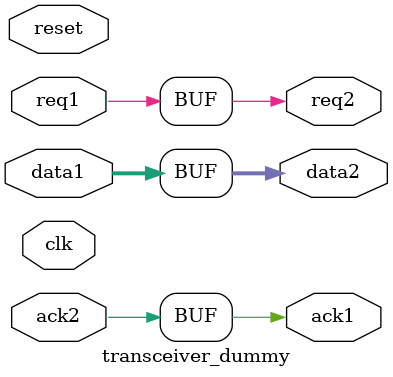
<source format=v>
`ifndef SIZE
	`define SIZE 8
`endif


module transceiver_dummy (clk, reset, req1, ack1, data1, req2, ack2, data2);

	parameter id = -1; // parent router id

	parameter port = "unknown";

	input clk, reset;

	// router-side port:

	input req1;

	input [`SIZE-1:0] data1;

	output ack1;

	// remote rx port:

	output req2;

	output [`SIZE-1:0] data2;

	input ack2;

	assign req2 = req1;

	assign ack1 = ack2;

	assign data2 = data1;

endmodule

</source>
